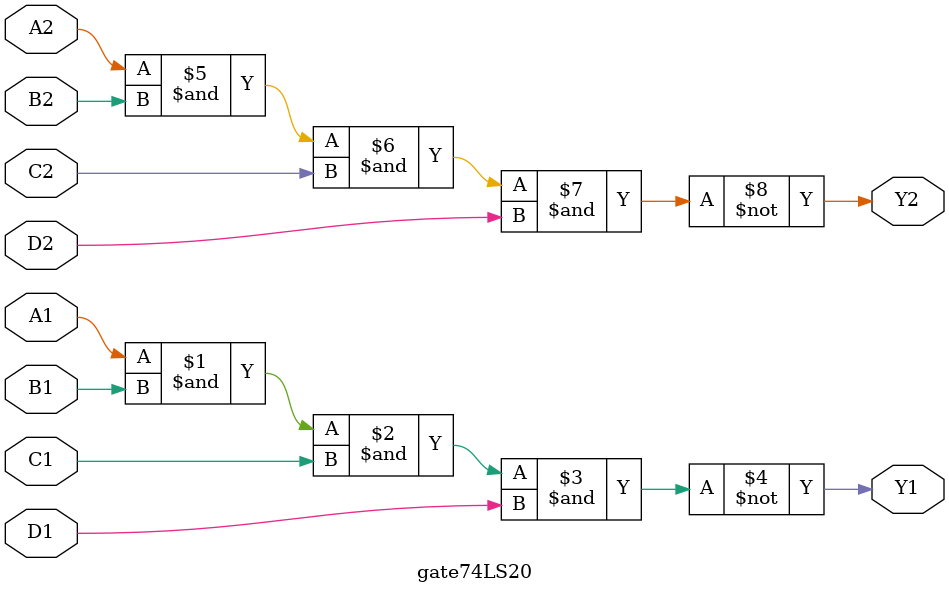
<source format=v>
module gate74LS20(A1,B1,C1,D1,Y1,A2,B2,C2,D2,Y2);
    input A1,B1,C1,D1;
    input A2,B2,C2,D2;
    output Y1,Y2;
    begin
        assign Y1= ~(A1&B1&C1&D1);
        assign Y2= ~(A2&B2&C2&D2);
    end
endmodule
</source>
